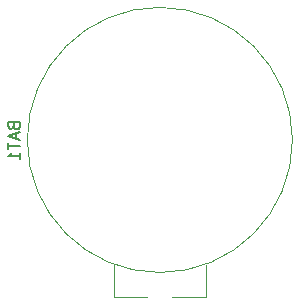
<source format=gbr>
%TF.GenerationSoftware,KiCad,Pcbnew,(6.0.2)*%
%TF.CreationDate,2023-05-20T08:16:15+01:00*%
%TF.ProjectId,Main Board,4d61696e-2042-46f6-9172-642e6b696361,rev?*%
%TF.SameCoordinates,Original*%
%TF.FileFunction,Legend,Bot*%
%TF.FilePolarity,Positive*%
%FSLAX46Y46*%
G04 Gerber Fmt 4.6, Leading zero omitted, Abs format (unit mm)*
G04 Created by KiCad (PCBNEW (6.0.2)) date 2023-05-20 08:16:15*
%MOMM*%
%LPD*%
G01*
G04 APERTURE LIST*
%ADD10C,0.150000*%
%ADD11C,0.100000*%
G04 APERTURE END LIST*
D10*
%TO.C,BAT1*%
X160449504Y-99991507D02*
X160497123Y-100134364D01*
X160544742Y-100181983D01*
X160639980Y-100229602D01*
X160782837Y-100229602D01*
X160878075Y-100181983D01*
X160925694Y-100134364D01*
X160973313Y-100039126D01*
X160973313Y-99658173D01*
X159973313Y-99658173D01*
X159973313Y-99991507D01*
X160020933Y-100086745D01*
X160068552Y-100134364D01*
X160163790Y-100181983D01*
X160259028Y-100181983D01*
X160354266Y-100134364D01*
X160401885Y-100086745D01*
X160449504Y-99991507D01*
X160449504Y-99658173D01*
X160687599Y-100610554D02*
X160687599Y-101086745D01*
X160973313Y-100515316D02*
X159973313Y-100848650D01*
X160973313Y-101181983D01*
X159973313Y-101372459D02*
X159973313Y-101943888D01*
X160973313Y-101658173D02*
X159973313Y-101658173D01*
X160973313Y-102801031D02*
X160973313Y-102229602D01*
X160973313Y-102515316D02*
X159973313Y-102515316D01*
X160116171Y-102420078D01*
X160211409Y-102324840D01*
X160259028Y-102229602D01*
D11*
X168915633Y-111711233D02*
X168915633Y-114454433D01*
X176738833Y-114454433D02*
X173894033Y-114454433D01*
X176738833Y-111711233D02*
X176738833Y-114454433D01*
X168915633Y-114454433D02*
X171760433Y-114454433D01*
X184054033Y-101144833D02*
G75*
G03*
X184054033Y-101144833I-11226800J0D01*
G01*
%TD*%
M02*

</source>
